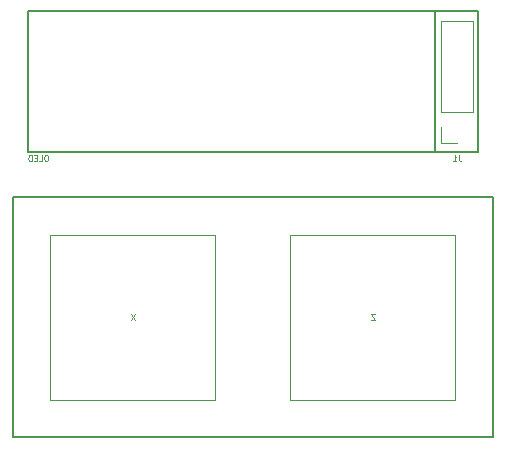
<source format=gbr>
%TF.GenerationSoftware,KiCad,Pcbnew,7.0.1*%
%TF.CreationDate,2023-05-11T20:00:56+01:00*%
%TF.ProjectId,MoonPad,4d6f6f6e-5061-4642-9e6b-696361645f70,rev?*%
%TF.SameCoordinates,Original*%
%TF.FileFunction,Legend,Bot*%
%TF.FilePolarity,Positive*%
%FSLAX46Y46*%
G04 Gerber Fmt 4.6, Leading zero omitted, Abs format (unit mm)*
G04 Created by KiCad (PCBNEW 7.0.1) date 2023-05-11 20:00:56*
%MOMM*%
%LPD*%
G01*
G04 APERTURE LIST*
%ADD10C,0.150000*%
%ADD11C,0.125000*%
%ADD12C,0.120000*%
G04 APERTURE END LIST*
D10*
X157480000Y-95250000D02*
X198120000Y-95250000D01*
X198120000Y-115570000D01*
X157480000Y-115570000D01*
X157480000Y-95250000D01*
D11*
%TO.C,X*%
X167806666Y-105141309D02*
X167473333Y-105641309D01*
X167473333Y-105141309D02*
X167806666Y-105641309D01*
%TO.C,Z*%
X188126666Y-105141309D02*
X187793333Y-105141309D01*
X187793333Y-105141309D02*
X188126666Y-105641309D01*
X188126666Y-105641309D02*
X187793333Y-105641309D01*
%TO.C,OLED*%
X160346190Y-91675309D02*
X160250952Y-91675309D01*
X160250952Y-91675309D02*
X160203333Y-91699119D01*
X160203333Y-91699119D02*
X160155714Y-91746738D01*
X160155714Y-91746738D02*
X160131904Y-91841976D01*
X160131904Y-91841976D02*
X160131904Y-92008642D01*
X160131904Y-92008642D02*
X160155714Y-92103880D01*
X160155714Y-92103880D02*
X160203333Y-92151500D01*
X160203333Y-92151500D02*
X160250952Y-92175309D01*
X160250952Y-92175309D02*
X160346190Y-92175309D01*
X160346190Y-92175309D02*
X160393809Y-92151500D01*
X160393809Y-92151500D02*
X160441428Y-92103880D01*
X160441428Y-92103880D02*
X160465237Y-92008642D01*
X160465237Y-92008642D02*
X160465237Y-91841976D01*
X160465237Y-91841976D02*
X160441428Y-91746738D01*
X160441428Y-91746738D02*
X160393809Y-91699119D01*
X160393809Y-91699119D02*
X160346190Y-91675309D01*
X159679523Y-92175309D02*
X159917618Y-92175309D01*
X159917618Y-92175309D02*
X159917618Y-91675309D01*
X159512856Y-91913404D02*
X159346189Y-91913404D01*
X159274761Y-92175309D02*
X159512856Y-92175309D01*
X159512856Y-92175309D02*
X159512856Y-91675309D01*
X159512856Y-91675309D02*
X159274761Y-91675309D01*
X159060475Y-92175309D02*
X159060475Y-91675309D01*
X159060475Y-91675309D02*
X158941427Y-91675309D01*
X158941427Y-91675309D02*
X158869999Y-91699119D01*
X158869999Y-91699119D02*
X158822380Y-91746738D01*
X158822380Y-91746738D02*
X158798570Y-91794357D01*
X158798570Y-91794357D02*
X158774761Y-91889595D01*
X158774761Y-91889595D02*
X158774761Y-91961023D01*
X158774761Y-91961023D02*
X158798570Y-92056261D01*
X158798570Y-92056261D02*
X158822380Y-92103880D01*
X158822380Y-92103880D02*
X158869999Y-92151500D01*
X158869999Y-92151500D02*
X158941427Y-92175309D01*
X158941427Y-92175309D02*
X159060475Y-92175309D01*
%TO.C,J1*%
X195238666Y-91679309D02*
X195238666Y-92036452D01*
X195238666Y-92036452D02*
X195262475Y-92107880D01*
X195262475Y-92107880D02*
X195310094Y-92155500D01*
X195310094Y-92155500D02*
X195381523Y-92179309D01*
X195381523Y-92179309D02*
X195429142Y-92179309D01*
X194738666Y-92179309D02*
X195024380Y-92179309D01*
X194881523Y-92179309D02*
X194881523Y-91679309D01*
X194881523Y-91679309D02*
X194929142Y-91750738D01*
X194929142Y-91750738D02*
X194976761Y-91798357D01*
X194976761Y-91798357D02*
X195024380Y-91822166D01*
D12*
%TO.C,X*%
X174625000Y-112395000D02*
X174625000Y-98425000D01*
X174625000Y-98425000D02*
X160655000Y-98425000D01*
X160655000Y-112395000D02*
X174625000Y-112395000D01*
X160655000Y-98425000D02*
X160655000Y-112395000D01*
%TO.C,Z*%
X194945000Y-112395000D02*
X194945000Y-98425000D01*
X194945000Y-98425000D02*
X180975000Y-98425000D01*
X180975000Y-112395000D02*
X194945000Y-112395000D01*
X180975000Y-98425000D02*
X180975000Y-112395000D01*
D10*
%TO.C,OLED*%
X158750000Y-79502000D02*
X196850000Y-79502000D01*
X158750000Y-91440000D02*
X158750000Y-79502000D01*
X193250000Y-79502000D02*
X193250000Y-91440000D01*
X196850000Y-91440000D02*
X158750000Y-91440000D01*
X196850000Y-91440000D02*
X196850000Y-79502000D01*
D12*
%TO.C,J1*%
X193742000Y-80321000D02*
X196402000Y-80321000D01*
X193742000Y-88001000D02*
X193742000Y-80321000D01*
X193742000Y-88001000D02*
X196402000Y-88001000D01*
X193742000Y-89271000D02*
X193742000Y-90601000D01*
X193742000Y-90601000D02*
X195072000Y-90601000D01*
X196402000Y-88001000D02*
X196402000Y-80321000D01*
%TD*%
M02*

</source>
